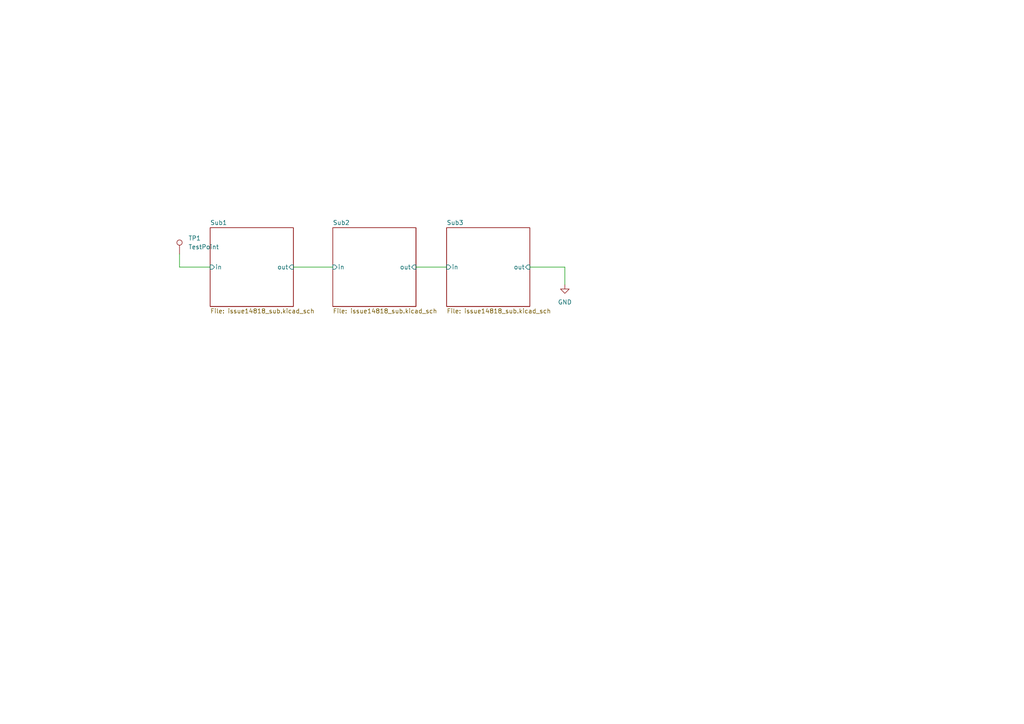
<source format=kicad_sch>
(kicad_sch (version 20230121) (generator eeschema)
  (paper "A4")
  (lib_symbols
    (symbol "Connector:TestPoint" (pin_numbers hide) (pin_names (offset 0.762) hide)
      (property "Reference" "TP" (at 0 6.858 0))
      (property "Value" "TestPoint" (at 0 5.08 0))
      (symbol "TestPoint_0_1"
        (circle (center 0 3.302) (radius 0.762))
      )
      (symbol "TestPoint_1_1"
        (pin passive line (at 0 0 90) (length 2.54) (name "1") (number "1"))
      )
    )
    (symbol "power:GND" (power) (pin_names (offset 0))
      (property "Value" "GND" (at 0 -3.81 0))
      (symbol "GND_0_1"
        (polyline (pts (xy 0 0) (xy 0 -1.27) (xy 1.27 -1.27) (xy 0 -2.54) (xy -1.27 -1.27) (xy 0 -1.27)))
      )
      (symbol "GND_1_1"
        (pin power_in line (at 0 0 270) (length 0) hide (name "GND") (number "1"))
      )
    )
  )
  (wire (pts (xy 85.09 77.47) (xy 96.52 77.47)))
  (wire (pts (xy 120.65 77.47) (xy 129.54 77.47)))
  (wire (pts (xy 163.83 77.47) (xy 163.83 82.55)))
  (wire (pts (xy 153.67 77.47) (xy 163.83 77.47)))
  (wire (pts (xy 52.07 73.66) (xy 52.07 77.47)))
  (wire (pts (xy 60.96 77.47) (xy 52.07 77.47)))
  (symbol (lib_id "power:GND") (at 163.83 82.55 0) (unit 1)
    (property "Reference" "#PWR01" (effects hide))
    (property "Value" "GND" (at 163.83 87.63 0))
  )
  (symbol (lib_id "Connector:TestPoint") (at 52.07 73.66 0) (unit 1)
    (property "Reference" "TP1" (at 54.61 69.088 0) (effects (justify left)))
    (property "Value" "TestPoint" (at 54.61 71.628 0) (effects (justify left)))
  )
  (sheet (at 96.52 66.04) (size 24.13 22.86) (stroke (width 0.1524))
    (property "Sheetname" "Sub2" (at 96.52 65.3284 0) (effects (justify left bottom)))
    (property "Sheetfile" "issue14818_sub.kicad_sch" (at 96.52 89.4846 0) (effects (justify left top)))
    (pin "in" input (at 96.52 77.47 180))
    (pin "out" input (at 120.65 77.47 0))
  )
  (sheet (at 60.96 66.04) (size 24.13 22.86) (stroke (width 0.1524))
    (property "Sheetname" "Sub1" (at 60.96 65.3284 0) (effects (justify left bottom)))
    (property "Sheetfile" "issue14818_sub.kicad_sch" (at 60.96 89.4846 0) (effects (justify left top)))
    (pin "in" input (at 60.96 77.47 180))
    (pin "out" input (at 85.09 77.47 0))
  )
  (sheet (at 129.54 66.04) (size 24.13 22.86) (stroke (width 0.1524))
    (property "Sheetname" "Sub3" (at 129.54 65.3284 0) (effects (justify left bottom)))
    (property "Sheetfile" "issue14818_sub.kicad_sch" (at 129.54 89.4846 0) (effects (justify left top)))
    (pin "in" input (at 129.54 77.47 180))
    (pin "out" input (at 153.67 77.47 0))
  )
)
</source>
